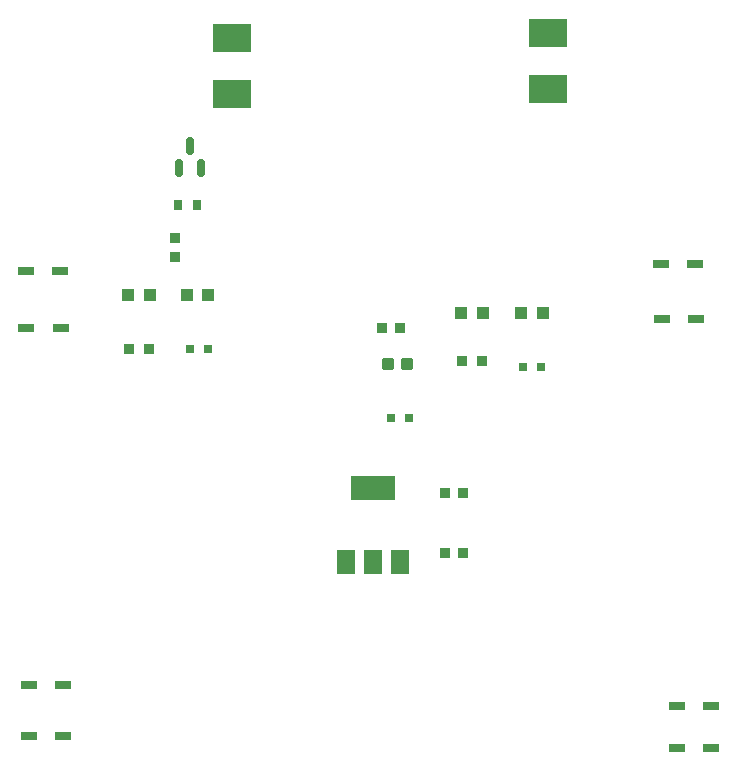
<source format=gtp>
%TF.GenerationSoftware,KiCad,Pcbnew,(6.0.9)*%
%TF.CreationDate,2022-12-21T18:09:38-05:00*%
%TF.ProjectId,MotorTestingFixture,4d6f746f-7254-4657-9374-696e67466978,v1*%
%TF.SameCoordinates,Original*%
%TF.FileFunction,Paste,Top*%
%TF.FilePolarity,Positive*%
%FSLAX46Y46*%
G04 Gerber Fmt 4.6, Leading zero omitted, Abs format (unit mm)*
G04 Created by KiCad (PCBNEW (6.0.9)) date 2022-12-21 18:09:38*
%MOMM*%
%LPD*%
G01*
G04 APERTURE LIST*
G04 Aperture macros list*
%AMRoundRect*
0 Rectangle with rounded corners*
0 $1 Rounding radius*
0 $2 $3 $4 $5 $6 $7 $8 $9 X,Y pos of 4 corners*
0 Add a 4 corners polygon primitive as box body*
4,1,4,$2,$3,$4,$5,$6,$7,$8,$9,$2,$3,0*
0 Add four circle primitives for the rounded corners*
1,1,$1+$1,$2,$3*
1,1,$1+$1,$4,$5*
1,1,$1+$1,$6,$7*
1,1,$1+$1,$8,$9*
0 Add four rect primitives between the rounded corners*
20,1,$1+$1,$2,$3,$4,$5,0*
20,1,$1+$1,$4,$5,$6,$7,0*
20,1,$1+$1,$6,$7,$8,$9,0*
20,1,$1+$1,$8,$9,$2,$3,0*%
G04 Aperture macros list end*
%ADD10R,0.930000X0.870000*%
%ADD11R,0.810000X0.930000*%
%ADD12R,1.371600X0.762000*%
%ADD13R,0.762000X0.711200*%
%ADD14R,0.870000X0.930000*%
%ADD15RoundRect,0.150000X0.150000X-0.587500X0.150000X0.587500X-0.150000X0.587500X-0.150000X-0.587500X0*%
%ADD16R,0.990600X1.092200*%
%ADD17R,3.320000X2.440000*%
%ADD18R,1.500000X2.000000*%
%ADD19R,3.800000X2.000000*%
%ADD20R,0.790000X0.930000*%
%ADD21RoundRect,0.094000X0.376000X0.416000X-0.376000X0.416000X-0.376000X-0.416000X0.376000X-0.416000X0*%
G04 APERTURE END LIST*
D10*
%TO.C,C3*%
X114554000Y-61468000D03*
X114554000Y-63028000D03*
%TD*%
D11*
%TO.C,D2*%
X140510000Y-71882000D03*
X138890000Y-71882000D03*
%TD*%
D12*
%TO.C,CR4*%
X155656200Y-63633350D03*
X158602600Y-63633350D03*
%TD*%
D13*
%TO.C,LED3*%
X144005300Y-72390000D03*
X145554700Y-72390000D03*
%TD*%
D14*
%TO.C,C2*%
X133604000Y-69088000D03*
X132044000Y-69088000D03*
%TD*%
%TO.C,C5*%
X137378000Y-83058000D03*
X138938000Y-83058000D03*
%TD*%
D15*
%TO.C,Q1*%
X114874000Y-55547500D03*
X116774000Y-55547500D03*
X115824000Y-53672500D03*
%TD*%
D12*
%TO.C,CR7*%
X102158800Y-103632000D03*
X105105200Y-103632000D03*
%TD*%
%TO.C,CR3*%
X101955600Y-69088000D03*
X104902000Y-69088000D03*
%TD*%
D16*
%TO.C,R6*%
X145681700Y-67818000D03*
X143878300Y-67818000D03*
%TD*%
D13*
%TO.C,LED2*%
X115811300Y-70866000D03*
X117360700Y-70866000D03*
%TD*%
D17*
%TO.C,R4*%
X146150000Y-48840000D03*
X146150000Y-44060000D03*
%TD*%
D16*
%TO.C,R5*%
X117373400Y-66294000D03*
X115570000Y-66294000D03*
%TD*%
D13*
%TO.C,LED1*%
X132829300Y-76708000D03*
X134378700Y-76708000D03*
%TD*%
D12*
%TO.C,CR1*%
X101904800Y-64262000D03*
X104851200Y-64262000D03*
%TD*%
D18*
%TO.C,U2*%
X129018000Y-88900000D03*
D19*
X131318000Y-82600000D03*
D18*
X131318000Y-88900000D03*
X133618000Y-88900000D03*
%TD*%
D11*
%TO.C,D1*%
X112316000Y-70866000D03*
X110696000Y-70866000D03*
%TD*%
D16*
%TO.C,R8*%
X138800000Y-67800000D03*
X140603400Y-67800000D03*
%TD*%
D12*
%TO.C,CR5*%
X102158800Y-99314000D03*
X105105200Y-99314000D03*
%TD*%
D17*
%TO.C,R3*%
X119350000Y-49280000D03*
X119350000Y-44500000D03*
%TD*%
D16*
%TO.C,R7*%
X110604300Y-66294000D03*
X112407700Y-66294000D03*
%TD*%
D12*
%TO.C,CR8*%
X157022800Y-101092000D03*
X159969200Y-101092000D03*
%TD*%
D20*
%TO.C,R1*%
X116448000Y-58674000D03*
X114808000Y-58674000D03*
%TD*%
D14*
%TO.C,C4*%
X137396000Y-88138000D03*
X138956000Y-88138000D03*
%TD*%
D21*
%TO.C,R2*%
X134168000Y-72136000D03*
X132588000Y-72136000D03*
%TD*%
D12*
%TO.C,CR6*%
X157022800Y-104648000D03*
X159969200Y-104648000D03*
%TD*%
%TO.C,CR2*%
X155752800Y-68326000D03*
X158699200Y-68326000D03*
%TD*%
M02*

</source>
